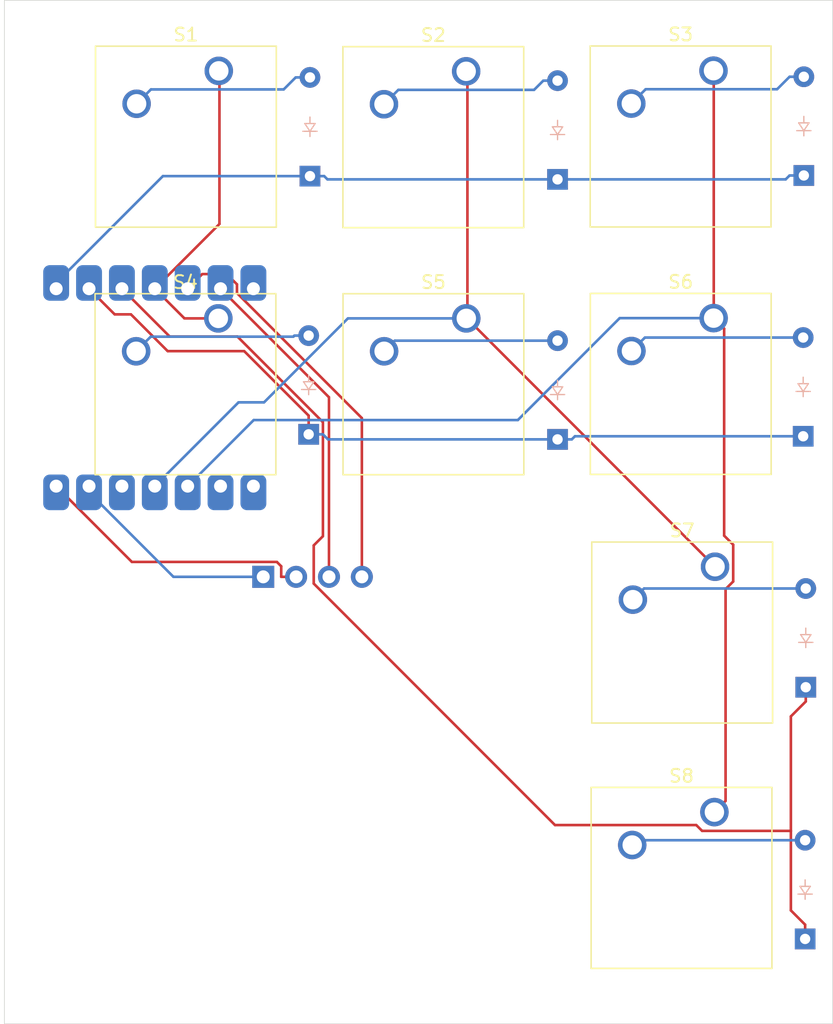
<source format=kicad_pcb>
(kicad_pcb (version 20240108) (generator "pcbnew") (generator_version "8.0")
  (layers (0 "F.Cu" signal) (31 "B.Cu" signal) (34 "B.Paste" user) (35 "F.Paste" user) (36 "B.SilkS" user "B.Silkscreen") (37 "F.SilkS" user "F.Silkscreen") (38 "B.Mask" user) (39 "F.Mask" user) (44 "Edge.Cuts" user))
  (net 0 "")
  (net 1 "ROW 0")
  (net 2 "Net-(D1-A)")
  (net 3 "Net-(D2-A)")
  (net 4 "Net-(D3-A)")
  (net 5 "ROW 1")
  (net 6 "Net-(D4-A)")
  (net 7 "Net-(D5-A)")
  (net 8 "Net-(D6-A)")
  (net 9 "ROW 2")
  (net 10 "Net-(D7-A)")
  (net 11 "Net-(D8-A)")
  (net 12 "COL 0")
  (net 13 "COL 1")
  (net 14 "COL 2")
  (net 15 "unconnected-(U1-PB08_A6_D6_TX-Pad7)")
  (net 16 "unconnected-(U1-PA7_A8_D8_SCK-Pad9)")
  (net 17 "unconnected-(U1-PB09_A7_D7_RX-Pad8)")
  (net 18 "Net-(J1-SCL)")
  (net 19 "Net-(J1-VCC)")
  (net 20 "Net-(J1-SDA)")
  (net 21 "Net-(J1-GND)")
  (net 22 "unconnected-(U1-3V3-Pad12)")
  (footprint "Button_Switch_Keyboard:SW_Cherry_MX_1.00u_PCB" (layer "F.Cu") (at 141.49 67.13)
    (property "Reference" "S6" (at -2.54 -2.794 0) (layer "F.SilkS"))
    (property "Value" "Keyswitch")
    (fp_line (start -9.525 -1.905) (end 4.445 -1.905) (stroke (width 0.12)) (layer "F.SilkS"))
    (fp_line (start -9.525 12.065) (end -9.525 -1.905) (stroke (width 0.12)) (layer "F.SilkS"))
    (fp_line (start 4.445 -1.905) (end 4.445 12.065) (stroke (width 0.12)) (layer "F.SilkS"))
    (fp_line (start 4.445 12.065) (end -9.525 12.065) (stroke (width 0.12)) (layer "F.SilkS"))
    (pad "" np_thru_hole circle (at -7.62 5.08) (size 1.7 1.7) (drill 1.7) (layers "*.Cu" "*.Mask"))
    (pad "" np_thru_hole circle (at -2.54 5.08) (size 4 4) (drill 4) (layers "*.Cu" "*.Mask"))
    (pad "" np_thru_hole circle (at 2.54 5.08) (size 1.7 1.7) (drill 1.7) (layers "*.Cu" "*.Mask"))
    (pad "1" thru_hole circle (at 0 0) (size 2.2 2.2) (drill 1.5) (layers "*.Cu" "*.Mask") (net 14 "COL 2"))
    (pad "2" thru_hole circle (at -6.35 2.54) (size 2.2 2.2) (drill 1.5) (layers "*.Cu" "*.Mask") (net 8 "Net-(D6-A)"))
  )
  (footprint "Button_Switch_Keyboard:SW_Cherry_MX_1.00u_PCB" (layer "F.Cu") (at 141.48 48.03)
    (property "Reference" "S3" (at -2.54 -2.794 0) (layer "F.SilkS"))
    (property "Value" "Keyswitch")
    (fp_line (start -9.525 -1.905) (end 4.445 -1.905) (stroke (width 0.12)) (layer "F.SilkS"))
    (fp_line (start -9.525 12.065) (end -9.525 -1.905) (stroke (width 0.12)) (layer "F.SilkS"))
    (fp_line (start 4.445 -1.905) (end 4.445 12.065) (stroke (width 0.12)) (layer "F.SilkS"))
    (fp_line (start 4.445 12.065) (end -9.525 12.065) (stroke (width 0.12)) (layer "F.SilkS"))
    (pad "" np_thru_hole circle (at -7.62 5.08) (size 1.7 1.7) (drill 1.7) (layers "*.Cu" "*.Mask"))
    (pad "" np_thru_hole circle (at -2.54 5.08) (size 4 4) (drill 4) (layers "*.Cu" "*.Mask"))
    (pad "" np_thru_hole circle (at 2.54 5.08) (size 1.7 1.7) (drill 1.7) (layers "*.Cu" "*.Mask"))
    (pad "1" thru_hole circle (at 0 0) (size 2.2 2.2) (drill 1.5) (layers "*.Cu" "*.Mask") (net 14 "COL 2"))
    (pad "2" thru_hole circle (at -6.35 2.54) (size 2.2 2.2) (drill 1.5) (layers "*.Cu" "*.Mask") (net 4 "Net-(D3-A)"))
  )
  (footprint "Button_Switch_Keyboard:SW_Cherry_MX_1.00u_PCB" (layer "F.Cu") (at 122.38 67.15)
    (property "Reference" "S5" (at -2.54 -2.794 0) (layer "F.SilkS"))
    (property "Value" "Keyswitch")
    (fp_line (start -9.525 -1.905) (end 4.445 -1.905) (stroke (width 0.12)) (layer "F.SilkS"))
    (fp_line (start -9.525 12.065) (end -9.525 -1.905) (stroke (width 0.12)) (layer "F.SilkS"))
    (fp_line (start 4.445 -1.905) (end 4.445 12.065) (stroke (width 0.12)) (layer "F.SilkS"))
    (fp_line (start 4.445 12.065) (end -9.525 12.065) (stroke (width 0.12)) (layer "F.SilkS"))
    (pad "" np_thru_hole circle (at -7.62 5.08) (size 1.7 1.7) (drill 1.7) (layers "*.Cu" "*.Mask"))
    (pad "" np_thru_hole circle (at -2.54 5.08) (size 4 4) (drill 4) (layers "*.Cu" "*.Mask"))
    (pad "" np_thru_hole circle (at 2.54 5.08) (size 1.7 1.7) (drill 1.7) (layers "*.Cu" "*.Mask"))
    (pad "1" thru_hole circle (at 0 0) (size 2.2 2.2) (drill 1.5) (layers "*.Cu" "*.Mask") (net 13 "COL 1"))
    (pad "2" thru_hole circle (at -6.35 2.54) (size 2.2 2.2) (drill 1.5) (layers "*.Cu" "*.Mask") (net 7 "Net-(D5-A)"))
  )
  (footprint "Button_Switch_Keyboard:SW_Cherry_MX_1.00u_PCB" (layer "F.Cu") (at 103.255 48.045)
    (property "Reference" "S1" (at -2.54 -2.794 0) (layer "F.SilkS"))
    (property "Value" "Keyswitch")
    (fp_line (start -9.525 -1.905) (end 4.445 -1.905) (stroke (width 0.12)) (layer "F.SilkS"))
    (fp_line (start -9.525 12.065) (end -9.525 -1.905) (stroke (width 0.12)) (layer "F.SilkS"))
    (fp_line (start 4.445 -1.905) (end 4.445 12.065) (stroke (width 0.12)) (layer "F.SilkS"))
    (fp_line (start 4.445 12.065) (end -9.525 12.065) (stroke (width 0.12)) (layer "F.SilkS"))
    (pad "" np_thru_hole circle (at -7.62 5.08) (size 1.7 1.7) (drill 1.7) (layers "*.Cu" "*.Mask"))
    (pad "" np_thru_hole circle (at -2.54 5.08) (size 4 4) (drill 4) (layers "*.Cu" "*.Mask"))
    (pad "" np_thru_hole circle (at 2.54 5.08) (size 1.7 1.7) (drill 1.7) (layers "*.Cu" "*.Mask"))
    (pad "1" thru_hole circle (at 0 0) (size 2.2 2.2) (drill 1.5) (layers "*.Cu" "*.Mask") (net 12 "COL 0"))
    (pad "2" thru_hole circle (at -6.35 2.54) (size 2.2 2.2) (drill 1.5) (layers "*.Cu" "*.Mask") (net 2 "Net-(D1-A)"))
  )
  (footprint "Button_Switch_Keyboard:SW_Cherry_MX_1.00u_PCB" (layer "F.Cu") (at 141.6 86.32)
    (property "Reference" "S7" (at -2.54 -2.794 0) (layer "F.SilkS"))
    (property "Value" "Keyswitch")
    (fp_line (start -9.525 -1.905) (end 4.445 -1.905) (stroke (width 0.12)) (layer "F.SilkS"))
    (fp_line (start -9.525 12.065) (end -9.525 -1.905) (stroke (width 0.12)) (layer "F.SilkS"))
    (fp_line (start 4.445 -1.905) (end 4.445 12.065) (stroke (width 0.12)) (layer "F.SilkS"))
    (fp_line (start 4.445 12.065) (end -9.525 12.065) (stroke (width 0.12)) (layer "F.SilkS"))
    (pad "" np_thru_hole circle (at -7.62 5.08) (size 1.7 1.7) (drill 1.7) (layers "*.Cu" "*.Mask"))
    (pad "" np_thru_hole circle (at -2.54 5.08) (size 4 4) (drill 4) (layers "*.Cu" "*.Mask"))
    (pad "" np_thru_hole circle (at 2.54 5.08) (size 1.7 1.7) (drill 1.7) (layers "*.Cu" "*.Mask"))
    (pad "1" thru_hole circle (at 0 0) (size 2.2 2.2) (drill 1.5) (layers "*.Cu" "*.Mask") (net 13 "COL 1"))
    (pad "2" thru_hole circle (at -6.35 2.54) (size 2.2 2.2) (drill 1.5) (layers "*.Cu" "*.Mask") (net 10 "Net-(D7-A)"))
  )
  (footprint "Button_Switch_Keyboard:SW_Cherry_MX_1.00u_PCB" (layer "F.Cu") (at 122.37 48.08)
    (property "Reference" "S2" (at -2.54 -2.794 0) (layer "F.SilkS"))
    (property "Value" "Keyswitch")
    (fp_line (start -9.525 -1.905) (end 4.445 -1.905) (stroke (width 0.12)) (layer "F.SilkS"))
    (fp_line (start -9.525 12.065) (end -9.525 -1.905) (stroke (width 0.12)) (layer "F.SilkS"))
    (fp_line (start 4.445 -1.905) (end 4.445 12.065) (stroke (width 0.12)) (layer "F.SilkS"))
    (fp_line (start 4.445 12.065) (end -9.525 12.065) (stroke (width 0.12)) (layer "F.SilkS"))
    (pad "" np_thru_hole circle (at -7.62 5.08) (size 1.7 1.7) (drill 1.7) (layers "*.Cu" "*.Mask"))
    (pad "" np_thru_hole circle (at -2.54 5.08) (size 4 4) (drill 4) (layers "*.Cu" "*.Mask"))
    (pad "" np_thru_hole circle (at 2.54 5.08) (size 1.7 1.7) (drill 1.7) (layers "*.Cu" "*.Mask"))
    (pad "1" thru_hole circle (at 0 0) (size 2.2 2.2) (drill 1.5) (layers "*.Cu" "*.Mask") (net 13 "COL 1"))
    (pad "2" thru_hole circle (at -6.35 2.54) (size 2.2 2.2) (drill 1.5) (layers "*.Cu" "*.Mask") (net 3 "Net-(D2-A)"))
  )
  (footprint "ScottoKeebs_Components:OLED_128x64" (layer "F.Cu") (at 110.5 87.1)
    (property "Reference" "J1" (hide yes))
    (property "Value" "OLED_128x64")
    (pad "1" thru_hole rect (at -3.81 0 90) (size 1.7 1.7) (drill 1) (layers "*.Cu" "*.Mask") (net 21 "Net-(J1-GND)"))
    (pad "2" thru_hole oval (at -1.27 0 90) (size 1.7 1.7) (drill 1) (layers "*.Cu" "*.Mask") (net 19 "Net-(J1-VCC)"))
    (pad "3" thru_hole oval (at 1.27 0 90) (size 1.7 1.7) (drill 1) (layers "*.Cu" "*.Mask") (net 18 "Net-(J1-SCL)"))
    (pad "4" thru_hole oval (at 3.81 0 90) (size 1.7 1.7) (drill 1) (layers "*.Cu" "*.Mask") (net 20 "Net-(J1-SDA)"))
  )
  (footprint "Button_Switch_Keyboard:SW_Cherry_MX_1.00u_PCB" (layer "F.Cu") (at 141.55 105.26)
    (property "Reference" "S8" (at -2.54 -2.794 0) (layer "F.SilkS"))
    (property "Value" "Keyswitch")
    (fp_line (start -9.525 -1.905) (end 4.445 -1.905) (stroke (width 0.12)) (layer "F.SilkS"))
    (fp_line (start -9.525 12.065) (end -9.525 -1.905) (stroke (width 0.12)) (layer "F.SilkS"))
    (fp_line (start 4.445 -1.905) (end 4.445 12.065) (stroke (width 0.12)) (layer "F.SilkS"))
    (fp_line (start 4.445 12.065) (end -9.525 12.065) (stroke (width 0.12)) (layer "F.SilkS"))
    (pad "" np_thru_hole circle (at -7.62 5.08) (size 1.7 1.7) (drill 1.7) (layers "*.Cu" "*.Mask"))
    (pad "" np_thru_hole circle (at -2.54 5.08) (size 4 4) (drill 4) (layers "*.Cu" "*.Mask"))
    (pad "" np_thru_hole circle (at 2.54 5.08) (size 1.7 1.7) (drill 1.7) (layers "*.Cu" "*.Mask"))
    (pad "1" thru_hole circle (at 0 0) (size 2.2 2.2) (drill 1.5) (layers "*.Cu" "*.Mask") (net 14 "COL 2"))
    (pad "2" thru_hole circle (at -6.35 2.54) (size 2.2 2.2) (drill 1.5) (layers "*.Cu" "*.Mask") (net 11 "Net-(D8-A)"))
  )
  (footprint "Button_Switch_Keyboard:SW_Cherry_MX_1.00u_PCB" (layer "F.Cu") (at 103.22 67.15)
    (property "Reference" "S4" (at -2.54 -2.794 0) (layer "F.SilkS"))
    (property "Value" "Keyswitch")
    (fp_line (start -9.525 -1.905) (end 4.445 -1.905) (stroke (width 0.12)) (layer "F.SilkS"))
    (fp_line (start -9.525 12.065) (end -9.525 -1.905) (stroke (width 0.12)) (layer "F.SilkS"))
    (fp_line (start 4.445 -1.905) (end 4.445 12.065) (stroke (width 0.12)) (layer "F.SilkS"))
    (fp_line (start 4.445 12.065) (end -9.525 12.065) (stroke (width 0.12)) (layer "F.SilkS"))
    (pad "" np_thru_hole circle (at -7.62 5.08) (size 1.7 1.7) (drill 1.7) (layers "*.Cu" "*.Mask"))
    (pad "" np_thru_hole circle (at -2.54 5.08) (size 4 4) (drill 4) (layers "*.Cu" "*.Mask"))
    (pad "" np_thru_hole circle (at 2.54 5.08) (size 1.7 1.7) (drill 1.7) (layers "*.Cu" "*.Mask"))
    (pad "1" thru_hole circle (at 0 0) (size 2.2 2.2) (drill 1.5) (layers "*.Cu" "*.Mask") (net 12 "COL 0"))
    (pad "2" thru_hole circle (at -6.35 2.54) (size 2.2 2.2) (drill 1.5) (layers "*.Cu" "*.Mask") (net 6 "Net-(D4-A)"))
  )
  (footprint "ScottoKeebs_Components:Diode_DO-35" (layer "B.Cu") (at 129.43 76.49 90)
    (property "Reference" "D5" (hide yes))
    (property "Value" "Diode" (hide yes))
    (fp_line (start 3.46 -0.55) (end 3.46 0.55) (stroke (width 0.1)) (layer "B.SilkS"))
    (fp_line (start 4.06 -0.4) (end 4.06 0.4) (stroke (width 0.1)) (layer "B.SilkS"))
    (fp_line (start 4.56 0) (end 4.06 0) (stroke (width 0.1)) (layer "B.SilkS"))
    (fp_line (start 3.46 0) (end 4.06 -0.4) (stroke (width 0.1)) (layer "B.SilkS"))
    (fp_line (start 3.46 0) (end 3.06 0) (stroke (width 0.1)) (layer "B.SilkS"))
    (fp_line (start 4.06 0.4) (end 3.46 0) (stroke (width 0.1)) (layer "B.SilkS"))
    (pad "1" thru_hole rect (at 0 0 90) (size 1.6 1.6) (drill 0.8) (layers "*.Cu" "*.Mask") (net 5 "ROW 1"))
    (pad "2" thru_hole oval (at 7.62 0 90) (size 1.6 1.6) (drill 0.8) (layers "*.Cu" "*.Mask") (net 7 "Net-(D5-A)"))
  )
  (footprint "ScottoKeebs_Components:Diode_DO-35" (layer "B.Cu") (at 148.56 115.05 90)
    (property "Reference" "D8" (hide yes))
    (property "Value" "Diode" (hide yes))
    (fp_line (start 3.46 -0.55) (end 3.46 0.55) (stroke (width 0.1)) (layer "B.SilkS"))
    (fp_line (start 4.06 -0.4) (end 4.06 0.4) (stroke (width 0.1)) (layer "B.SilkS"))
    (fp_line (start 4.56 0) (end 4.06 0) (stroke (width 0.1)) (layer "B.SilkS"))
    (fp_line (start 3.46 0) (end 4.06 -0.4) (stroke (width 0.1)) (layer "B.SilkS"))
    (fp_line (start 3.46 0) (end 3.06 0) (stroke (width 0.1)) (layer "B.SilkS"))
    (fp_line (start 4.06 0.4) (end 3.46 0) (stroke (width 0.1)) (layer "B.SilkS"))
    (pad "1" thru_hole rect (at 0 0 90) (size 1.6 1.6) (drill 0.8) (layers "*.Cu" "*.Mask") (net 9 "ROW 2"))
    (pad "2" thru_hole oval (at 7.62 0 90) (size 1.6 1.6) (drill 0.8) (layers "*.Cu" "*.Mask") (net 11 "Net-(D8-A)"))
  )
  (footprint "ScottoKeebs_Components:Diode_DO-35" (layer "B.Cu") (at 110.2 76.1 90)
    (property "Reference" "D4" (hide yes))
    (property "Value" "Diode" (hide yes))
    (fp_line (start 3.46 -0.55) (end 3.46 0.55) (stroke (width 0.1)) (layer "B.SilkS"))
    (fp_line (start 4.06 -0.4) (end 4.06 0.4) (stroke (width 0.1)) (layer "B.SilkS"))
    (fp_line (start 4.56 0) (end 4.06 0) (stroke (width 0.1)) (layer "B.SilkS"))
    (fp_line (start 3.46 0) (end 4.06 -0.4) (stroke (width 0.1)) (layer "B.SilkS"))
    (fp_line (start 3.46 0) (end 3.06 0) (stroke (width 0.1)) (layer "B.SilkS"))
    (fp_line (start 4.06 0.4) (end 3.46 0) (stroke (width 0.1)) (layer "B.SilkS"))
    (pad "1" thru_hole rect (at 0 0 90) (size 1.6 1.6) (drill 0.8) (layers "*.Cu" "*.Mask") (net 5 "ROW 1"))
    (pad "2" thru_hole oval (at 7.62 0 90) (size 1.6 1.6) (drill 0.8) (layers "*.Cu" "*.Mask") (net 6 "Net-(D4-A)"))
  )
  (footprint "ScottoKeebs_Components:Diode_DO-35" (layer "B.Cu") (at 148.41 76.25 90)
    (property "Reference" "D6" (hide yes))
    (property "Value" "Diode" (hide yes))
    (fp_line (start 3.46 -0.55) (end 3.46 0.55) (stroke (width 0.1)) (layer "B.SilkS"))
    (fp_line (start 4.06 -0.4) (end 4.06 0.4) (stroke (width 0.1)) (layer "B.SilkS"))
    (fp_line (start 4.56 0) (end 4.06 0) (stroke (width 0.1)) (layer "B.SilkS"))
    (fp_line (start 3.46 0) (end 4.06 -0.4) (stroke (width 0.1)) (layer "B.SilkS"))
    (fp_line (start 3.46 0) (end 3.06 0) (stroke (width 0.1)) (layer "B.SilkS"))
    (fp_line (start 4.06 0.4) (end 3.46 0) (stroke (width 0.1)) (layer "B.SilkS"))
    (pad "1" thru_hole rect (at 0 0 90) (size 1.6 1.6) (drill 0.8) (layers "*.Cu" "*.Mask") (net 5 "ROW 1"))
    (pad "2" thru_hole oval (at 7.62 0 90) (size 1.6 1.6) (drill 0.8) (layers "*.Cu" "*.Mask") (net 8 "Net-(D6-A)"))
  )
  (footprint "ScottoKeebs_Components:Diode_DO-35" (layer "B.Cu") (at 110.3 56.17 90)
    (property "Reference" "D1" (hide yes))
    (property "Value" "Diode" (hide yes))
    (fp_line (start 3.46 -0.55) (end 3.46 0.55) (stroke (width 0.1)) (layer "B.SilkS"))
    (fp_line (start 4.06 -0.4) (end 4.06 0.4) (stroke (width 0.1)) (layer "B.SilkS"))
    (fp_line (start 4.56 0) (end 4.06 0) (stroke (width 0.1)) (layer "B.SilkS"))
    (fp_line (start 3.46 0) (end 4.06 -0.4) (stroke (width 0.1)) (layer "B.SilkS"))
    (fp_line (start 3.46 0) (end 3.06 0) (stroke (width 0.1)) (layer "B.SilkS"))
    (fp_line (start 4.06 0.4) (end 3.46 0) (stroke (width 0.1)) (layer "B.SilkS"))
    (pad "1" thru_hole rect (at 0 0 90) (size 1.6 1.6) (drill 0.8) (layers "*.Cu" "*.Mask") (net 1 "ROW 0"))
    (pad "2" thru_hole oval (at 7.62 0 90) (size 1.6 1.6) (drill 0.8) (layers "*.Cu" "*.Mask") (net 2 "Net-(D1-A)"))
  )
  (footprint "ScottoKeebs_Components:Diode_DO-35" (layer "B.Cu") (at 148.61 95.62 90)
    (property "Reference" "D7" (hide yes))
    (property "Value" "Diode" (hide yes))
    (fp_line (start 3.46 -0.55) (end 3.46 0.55) (stroke (width 0.1)) (layer "B.SilkS"))
    (fp_line (start 4.06 -0.4) (end 4.06 0.4) (stroke (width 0.1)) (layer "B.SilkS"))
    (fp_line (start 4.56 0) (end 4.06 0) (stroke (width 0.1)) (layer "B.SilkS"))
    (fp_line (start 3.46 0) (end 4.06 -0.4) (stroke (width 0.1)) (layer "B.SilkS"))
    (fp_line (start 3.46 0) (end 3.06 0) (stroke (width 0.1)) (layer "B.SilkS"))
    (fp_line (start 4.06 0.4) (end 3.46 0) (stroke (width 0.1)) (layer "B.SilkS"))
    (pad "1" thru_hole rect (at 0 0 90) (size 1.6 1.6) (drill 0.8) (layers "*.Cu" "*.Mask") (net 9 "ROW 2"))
    (pad "2" thru_hole oval (at 7.62 0 90) (size 1.6 1.6) (drill 0.8) (layers "*.Cu" "*.Mask") (net 10 "Net-(D7-A)"))
  )
  (footprint "ScottoKeebs_MCU:Seeed_XIAO_RP2040" (layer "B.Cu") (at 98.31 72.48 -90)
    (property "Reference" "U1" (hide yes))
    (property "Value" "Seeed Studio XIAO SAMD21")
    (pad "1" smd roundrect (at -8.065 7.62 270) (size 2.75 2) (layers "B.Cu" "B.Paste" "B.Mask") (net 1 "ROW 0"))
    (pad "1" thru_hole rect (at -7.62 7.62 180) (size 1.6 1.6) (drill 1) (layers "*.Cu" "*.Mask") (net 1 "ROW 0"))
    (pad "2" smd roundrect (at -8.065 5.08 270) (size 2.75 2) (layers "B.Cu" "B.Paste" "B.Mask") (net 5 "ROW 1"))
    (pad "2" thru_hole circle (at -7.62 5.08 180) (size 1.6 1.6) (drill 1) (layers "*.Cu" "*.Mask") (net 5 "ROW 1"))
    (pad "3" smd roundrect (at -8.065 2.54 270) (size 2.75 2) (layers "B.Cu" "B.Paste" "B.Mask") (net 9 "ROW 2"))
    (pad "3" thru_hole circle (at -7.62 2.54 180) (size 1.6 1.6) (drill 1) (layers "*.Cu" "*.Mask") (net 9 "ROW 2"))
    (pad "4" smd roundrect (at -8.065 0 270) (size 2.75 2) (layers "B.Cu" "B.Paste" "B.Mask") (net 12 "COL 0"))
    (pad "4" thru_hole circle (at -7.62 0 180) (size 1.6 1.6) (drill 1) (layers "*.Cu" "*.Mask") (net 12 "COL 0"))
    (pad "5" smd roundrect (at -8.065 -2.54 270) (size 2.75 2) (layers "B.Cu" "B.Paste" "B.Mask") (net 20 "Net-(J1-SDA)"))
    (pad "5" thru_hole circle (at -7.62 -2.54 180) (size 1.6 1.6) (drill 1) (layers "*.Cu" "*.Mask") (net 20 "Net-(J1-SDA)"))
    (pad "6" smd roundrect (at -8.065 -5.08 270) (size 2.75 2) (layers "B.Cu" "B.Paste" "B.Mask") (net 18 "Net-(J1-SCL)"))
    (pad "6" thru_hole circle (at -7.62 -5.08 180) (size 1.6 1.6) (drill 1) (layers "*.Cu" "*.Mask") (net 18 "Net-(J1-SCL)"))
    (pad "7" smd roundrect (at -8.065 -7.62 270) (size 2.75 2) (layers "B.Cu" "B.Paste" "B.Mask") (net 15 "unconnected-(U1-PB08_A6_D6_TX-Pad7)"))
    (pad "7" thru_hole circle (at -7.62 -7.62 180) (size 1.6 1.6) (drill 1) (layers "*.Cu" "*.Mask") (net 15 "unconnected-(U1-PB08_A6_D6_TX-Pad7)"))
    (pad "8" thru_hole circle (at 7.62 -7.62 180) (size 1.6 1.6) (drill 1) (layers "*.Cu" "*.Mask") (net 17 "unconnected-(U1-PB09_A7_D7_RX-Pad8)"))
    (pad "8" smd roundrect (at 8.1 -7.62 270) (size 2.75 2) (layers "B.Cu" "B.Paste" "B.Mask") (net 17 "unconnected-(U1-PB09_A7_D7_RX-Pad8)"))
    (pad "9" thru_hole circle (at 7.62 -5.08 180) (size 1.6 1.6) (drill 1) (layers "*.Cu" "*.Mask") (net 16 "unconnected-(U1-PA7_A8_D8_SCK-Pad9)"))
    (pad "9" smd roundrect (at 8.1 -5.08 270) (size 2.75 2) (layers "B.Cu" "B.Paste" "B.Mask") (net 16 "unconnected-(U1-PA7_A8_D8_SCK-Pad9)"))
    (pad "10" thru_hole circle (at 7.62 -2.54 180) (size 1.6 1.6) (drill 1) (layers "*.Cu" "*.Mask") (net 14 "COL 2"))
    (pad "10" smd roundrect (at 8.1 -2.54 270) (size 2.75 2) (layers "B.Cu" "B.Paste" "B.Mask") (net 14 "COL 2"))
    (pad "11" thru_hole circle (at 7.62 0 180) (size 1.6 1.6) (drill 1) (layers "*.Cu" "*.Mask") (net 13 "COL 1"))
    (pad "11" smd roundrect (at 8.1 0 270) (size 2.75 2) (layers "B.Cu" "B.Paste" "B.Mask") (net 13 "COL 1"))
    (pad "12" thru_hole circle (at 7.62 2.54 180) (size 1.6 1.6) (drill 1) (layers "*.Cu" "*.Mask") (net 22 "unconnected-(U1-3V3-Pad12)"))
    (pad "12" smd roundrect (at 8.1 2.54 270) (size 2.75 2) (layers "B.Cu" "B.Paste" "B.Mask") (net 22 "unconnected-(U1-3V3-Pad12)"))
    (pad "13" thru_hole circle (at 7.62 5.08 180) (size 1.6 1.6) (drill 1) (layers "*.Cu" "*.Mask") (net 21 "Net-(J1-GND)"))
    (pad "13" smd roundrect (at 8.1 5.08 270) (size 2.75 2) (layers "B.Cu" "B.Paste" "B.Mask") (net 21 "Net-(J1-GND)"))
    (pad "14" thru_hole circle (at 7.62 7.62 180) (size 1.6 1.6) (drill 1) (layers "*.Cu" "*.Mask") (net 19 "Net-(J1-VCC)"))
    (pad "14" smd roundrect (at 8.1 7.62 270) (size 2.75 2) (layers "B.Cu" "B.Paste" "B.Mask") (net 19 "Net-(J1-VCC)"))
  )
  (footprint "ScottoKeebs_Components:Diode_DO-35" (layer "B.Cu") (at 148.46 56.12 90)
    (property "Reference" "D3" (hide yes))
    (property "Value" "Diode" (hide yes))
    (fp_line (start 3.46 -0.55) (end 3.46 0.55) (stroke (width 0.1)) (layer "B.SilkS"))
    (fp_line (start 4.06 -0.4) (end 4.06 0.4) (stroke (width 0.1)) (layer "B.SilkS"))
    (fp_line (start 4.56 0) (end 4.06 0) (stroke (width 0.1)) (layer "B.SilkS"))
    (fp_line (start 3.46 0) (end 4.06 -0.4) (stroke (width 0.1)) (layer "B.SilkS"))
    (fp_line (start 3.46 0) (end 3.06 0) (stroke (width 0.1)) (layer "B.SilkS"))
    (fp_line (start 4.06 0.4) (end 3.46 0) (stroke (width 0.1)) (layer "B.SilkS"))
    (pad "1" thru_hole rect (at 0 0 90) (size 1.6 1.6) (drill 0.8) (layers "*.Cu" "*.Mask") (net 1 "ROW 0"))
    (pad "2" thru_hole oval (at 7.62 0 90) (size 1.6 1.6) (drill 0.8) (layers "*.Cu" "*.Mask") (net 4 "Net-(D3-A)"))
  )
  (footprint "ScottoKeebs_Components:Diode_DO-35" (layer "B.Cu") (at 129.43 56.42 90)
    (property "Reference" "D2" (hide yes))
    (property "Value" "Diode" (hide yes))
    (fp_line (start 3.46 -0.55) (end 3.46 0.55) (stroke (width 0.1)) (layer "B.SilkS"))
    (fp_line (start 4.06 -0.4) (end 4.06 0.4) (stroke (width 0.1)) (layer "B.SilkS"))
    (fp_line (start 4.56 0) (end 4.06 0) (stroke (width 0.1)) (layer "B.SilkS"))
    (fp_line (start 3.46 0) (end 4.06 -0.4) (stroke (width 0.1)) (layer "B.SilkS"))
    (fp_line (start 3.46 0) (end 3.06 0) (stroke (width 0.1)) (layer "B.SilkS"))
    (fp_line (start 4.06 0.4) (end 3.46 0) (stroke (width 0.1)) (layer "B.SilkS"))
    (pad "1" thru_hole rect (at 0 0 90) (size 1.6 1.6) (drill 0.8) (layers "*.Cu" "*.Mask") (net 1 "ROW 0"))
    (pad "2" thru_hole oval (at 7.62 0 90) (size 1.6 1.6) (drill 0.8) (layers "*.Cu" "*.Mask") (net 3 "Net-(D2-A)"))
  )
  (gr_rect (start 86.69 42.6) (end 150.69 121.6) (stroke (width 0.05)) (fill none) (layer "Edge.Cuts"))
  (segment (start 147.0583 56.42) (end 129.43 56.42) (width 0.2) (layer "B.Cu") (net 1))
  (segment (start 90.69 64.415) (end 90.69 64.86) (width 0.2) (layer "B.Cu") (net 1))
  (segment (start 110.3 56.17) (end 98.935 56.17) (width 0.2) (layer "B.Cu") (net 1))
  (segment (start 129.43 56.42) (end 111.6517 56.42) (width 0.2) (layer "B.Cu") (net 1))
  (segment (start 111.6517 56.42) (end 111.4017 56.17) (width 0.2) (layer "B.Cu") (net 1))
  (segment (start 147.3583 56.12) (end 147.0583 56.42) (width 0.2) (layer "B.Cu") (net 1))
  (segment (start 148.46 56.12) (end 147.3583 56.12) (width 0.2) (layer "B.Cu") (net 1))
  (segment (start 98.935 56.17) (end 90.69 64.415) (width 0.2) (layer "B.Cu") (net 1))
  (segment (start 110.3 56.17) (end 111.4017 56.17) (width 0.2) (layer "B.Cu") (net 1))
  (segment (start 110.3 48.55) (end 109.1983 48.55) (width 0.2) (layer "B.Cu") (net 2))
  (segment (start 109.1983 48.55) (end 108.2716 49.4767) (width 0.2) (layer "B.Cu") (net 2))
  (segment (start 98.0133 49.4767) (end 96.905 50.585) (width 0.2) (layer "B.Cu") (net 2))
  (segment (start 108.2716 49.4767) (end 98.0133 49.4767) (width 0.2) (layer "B.Cu") (net 2))
  (segment (start 117.1283 49.5117) (end 116.02 50.62) (width 0.2) (layer "B.Cu") (net 3))
  (segment (start 128.3283 48.8) (end 127.6166 49.5117) (width 0.2) (layer "B.Cu") (net 3))
  (segment (start 127.6166 49.5117) (end 117.1283 49.5117) (width 0.2) (layer "B.Cu") (net 3))
  (segment (start 129.43 48.8) (end 128.3283 48.8) (width 0.2) (layer "B.Cu") (net 3))
  (segment (start 148.46 48.5) (end 147.3583 48.5) (width 0.2) (layer "B.Cu") (net 4))
  (segment (start 147.3583 48.5) (end 146.3966 49.4617) (width 0.2) (layer "B.Cu") (net 4))
  (segment (start 146.3966 49.4617) (end 136.2383 49.4617) (width 0.2) (layer "B.Cu") (net 4))
  (segment (start 136.2383 49.4617) (end 135.13 50.57) (width 0.2) (layer "B.Cu") (net 4))
  (segment (start 99.3052 69.6783) (end 96.4673 66.8404) (width 0.2) (layer "F.Cu") (net 5))
  (segment (start 105.2194 69.6783) (end 99.3052 69.6783) (width 0.2) (layer "F.Cu") (net 5))
  (segment (start 110.2 74.6589) (end 105.2194 69.6783) (width 0.2) (layer "F.Cu") (net 5))
  (segment (start 95.2104 66.8404) (end 93.23 64.86) (width 0.2) (layer "F.Cu") (net 5))
  (segment (start 96.4673 66.8404) (end 95.2104 66.8404) (width 0.2) (layer "F.Cu") (net 5))
  (segment (start 110.2 76.1) (end 110.2 74.6589) (width 0.2) (layer "F.Cu") (net 5))
  (segment (start 110.2 76.1) (end 111.3017 76.1) (width 0.2) (layer "B.Cu") (net 5))
  (segment (start 111.3017 76.1) (end 111.6917 76.49) (width 0.2) (layer "B.Cu") (net 5))
  (segment (start 111.6917 76.49) (end 129.43 76.49) (width 0.2) (layer "B.Cu") (net 5))
  (segment (start 148.41 76.25) (end 130.7717 76.25) (width 0.2) (layer "B.Cu") (net 5))
  (segment (start 130.7717 76.25) (end 130.5317 76.49) (width 0.2) (layer "B.Cu") (net 5))
  (segment (start 129.43 76.49) (end 130.5317 76.49) (width 0.2) (layer "B.Cu") (net 5))
  (segment (start 93.23 64.415) (end 93.23 64.86) (width 0.2) (layer "B.Cu") (net 5))
  (segment (start 109.0983 68.48) (end 109.0161 68.5622) (width 0.2) (layer "B.Cu") (net 6))
  (segment (start 110.2 68.48) (end 109.0983 68.48) (width 0.2) (layer "B.Cu") (net 6))
  (segment (start 109.0161 68.5622) (end 97.9978 68.5622) (width 0.2) (layer "B.Cu") (net 6))
  (segment (start 97.9978 68.5622) (end 96.87 69.69) (width 0.2) (layer "B.Cu") (net 6))
  (segment (start 116.85 68.87) (end 116.03 69.69) (width 0.2) (layer "B.Cu") (net 7))
  (segment (start 129.43 68.87) (end 116.85 68.87) (width 0.2) (layer "B.Cu") (net 7))
  (segment (start 136.18 68.63) (end 148.41 68.63) (width 0.2) (layer "B.Cu") (net 8))
  (segment (start 135.14 69.67) (end 136.18 68.63) (width 0.2) (layer "B.Cu") (net 8))
  (segment (start 147.4583 112.8466) (end 148.56 113.9483) (width 0.2) (layer "F.Cu") (net 9))
  (segment (start 110.5918 87.6198) (end 110.5918 84.6731) (width 0.2) (layer "F.Cu") (net 9))
  (segment (start 147.4583 97.8734) (end 147.4583 106.7095) (width 0.2) (layer "F.Cu") (net 9))
  (segment (start 111.3017 75.1617) (end 104.6917 68.5517) (width 0.2) (layer "F.Cu") (net 9))
  (segment (start 104.6917 68.5517) (end 99.4617 68.5517) (width 0.2) (layer "F.Cu") (net 9))
  (segment (start 110.5918 84.6731) (end 111.3017 83.9632) (width 0.2) (layer "F.Cu") (net 9))
  (segment (start 148.61 95.62) (end 148.61 96.7217) (width 0.2) (layer "F.Cu") (net 9))
  (segment (start 99.4617 68.5517) (end 95.77 64.86) (width 0.2) (layer "F.Cu") (net 9))
  (segment (start 129.2318 106.2598) (end 110.5918 87.6198) (width 0.2) (layer "F.Cu") (net 9))
  (segment (start 148.61 96.7217) (end 147.4583 97.8734) (width 0.2) (layer "F.Cu") (net 9))
  (segment (start 147.4583 106.7095) (end 140.5995 106.7095) (width 0.2) (layer "F.Cu") (net 9))
  (segment (start 140.1498 106.2598) (end 129.2318 106.2598) (width 0.2) (layer "F.Cu") (net 9))
  (segment (start 111.3017 83.9632) (end 111.3017 75.1617) (width 0.2) (layer "F.Cu") (net 9))
  (segment (start 148.56 115.05) (end 148.56 113.9483) (width 0.2) (layer "F.Cu") (net 9))
  (segment (start 147.4583 106.7095) (end 147.4583 112.8466) (width 0.2) (layer "F.Cu") (net 9))
  (segment (start 140.5995 106.7095) (end 140.1498 106.2598) (width 0.2) (layer "F.Cu") (net 9))
  (segment (start 95.77 64.415) (end 95.77 64.86) (width 0.2) (layer "B.Cu") (net 9))
  (segment (start 136.11 88) (end 135.25 88.86) (width 0.2) (layer "B.Cu") (net 10))
  (segment (start 148.61 88) (end 136.11 88) (width 0.2) (layer "B.Cu") (net 10))
  (segment (start 135.57 107.43) (end 135.2 107.8) (width 0.2) (layer "B.Cu") (net 11))
  (segment (start 148.56 107.43) (end 135.57 107.43) (width 0.2) (layer "B.Cu") (net 11))
  (segment (start 103.3058 48.0958) (end 103.3058 59.8642) (width 0.2) (layer "F.Cu") (net 12))
  (segment (start 103.255 48.045) (end 103.3058 48.0958) (width 0.2) (layer "F.Cu") (net 12))
  (segment (start 103.22 67.15) (end 100.6 67.15) (width 0.2) (layer "F.Cu") (net 12))
  (segment (start 103.3058 59.8642) (end 98.31 64.86) (width 0.2) (layer "F.Cu") (net 12))
  (segment (start 100.6 67.15) (end 98.31 64.86) (width 0.2) (layer "F.Cu") (net 12))
  (segment (start 98.31 64.415) (end 98.31 64.86) (width 0.2) (layer "B.Cu") (net 12))
  (segment (start 122.4662 67.15) (end 122.4662 48.1762) (width 0.2) (layer "F.Cu") (net 13))
  (segment (start 122.4662 67.1862) (end 122.4662 67.15) (width 0.2) (layer "F.Cu") (net 13))
  (segment (start 122.4662 67.15) (end 122.38 67.15) (width 0.2) (layer "F.Cu") (net 13))
  (segment (start 122.4662 48.1762) (end 122.37 48.08) (width 0.2) (layer "F.Cu") (net 13))
  (segment (start 141.6 86.32) (end 122.4662 67.1862) (width 0.2) (layer "F.Cu") (net 13))
  (segment (start 104.7783 73.6317) (end 98.31 80.1) (width 0.2) (layer "B.Cu") (net 13))
  (segment (start 106.7524 73.6317) (end 104.7783 73.6317) (width 0.2) (layer "B.Cu") (net 13))
  (segment (start 122.38 67.15) (end 113.2341 67.15) (width 0.2) (layer "B.Cu") (net 13))
  (segment (start 113.2341 67.15) (end 106.7524 73.6317) (width 0.2) (layer "B.Cu") (net 13))
  (segment (start 98.31 80.58) (end 98.31 80.1) (width 0.2) (layer "B.Cu") (net 13))
  (segment (start 141.49 67.13) (end 142.3032 67.9432) (width 0.2) (layer "F.Cu") (net 14))
  (segment (start 141.5002 67.1198) (end 141.49 67.13) (width 0.2) (layer "F.Cu") (net 14))
  (segment (start 141.48 48.03) (end 141.5002 48.0502) (width 0.2) (layer "F.Cu") (net 14))
  (segment (start 143.0026 87.4574) (end 142.4132 88.0468) (width 0.2) (layer "F.Cu") (net 14))
  (segment (start 142.3032 83.9202) (end 143.0026 84.6196) (width 0.2) (layer "F.Cu") (net 14))
  (segment (start 142.4132 88.0468) (end 142.4132 104.3968) (width 0.2) (layer "F.Cu") (net 14))
  (segment (start 142.3032 67.9432) (end 142.3032 83.9202) (width 0.2) (layer "F.Cu") (net 14))
  (segment (start 142.4132 104.3968) (end 141.55 105.26) (width 0.2) (layer "F.Cu") (net 14))
  (segment (start 143.0026 84.6196) (end 143.0026 87.4574) (width 0.2) (layer "F.Cu") (net 14))
  (segment (start 141.5002 48.0502) (end 141.5002 67.1198) (width 0.2) (layer "F.Cu") (net 14))
  (segment (start 134.2293 67.13) (end 141.49 67.13) (width 0.2) (layer "B.Cu") (net 14))
  (segment (start 100.85 80.1) (end 100.85 80.58) (width 0.2) (layer "B.Cu") (net 14))
  (segment (start 100.85 80.1) (end 105.9517 74.9983) (width 0.2) (layer "B.Cu") (net 14))
  (segment (start 126.361 74.9983) (end 134.2293 67.13) (width 0.2) (layer "B.Cu") (net 14))
  (segment (start 105.9517 74.9983) (end 126.361 74.9983) (width 0.2) (layer "B.Cu") (net 14))
  (segment (start 105.93 64.415) (end 105.93 64.86) (width 0.2) (layer "B.Cu") (net 15))
  (segment (start 103.39 80.1) (end 103.39 80.58) (width 0.2) (layer "B.Cu") (net 16))
  (segment (start 105.93 80.1) (end 105.93 80.58) (width 0.2) (layer "B.Cu") (net 17))
  (segment (start 111.77 73.24) (end 111.77 87.1) (width 0.2) (layer "F.Cu") (net 18))
  (segment (start 103.39 64.86) (end 111.77 73.24) (width 0.2) (layer "F.Cu") (net 18))
  (segment (start 103.39 64.415) (end 103.39 64.86) (width 0.2) (layer "B.Cu") (net 18))
  (segment (start 107.7411 85.9483) (end 108.0783 86.2855) (width 0.2) (layer "F.Cu") (net 19))
  (segment (start 108.0783 86.2855) (end 108.0783 87.1) (width 0.2) (layer "F.Cu") (net 19))
  (segment (start 109.23 87.1) (end 108.0783 87.1) (width 0.2) (layer "F.Cu") (net 19))
  (segment (start 96.5383 85.9483) (end 107.7411 85.9483) (width 0.2) (layer "F.Cu") (net 19))
  (segment (start 90.69 80.1) (end 96.5383 85.9483) (width 0.2) (layer "F.Cu") (net 19))
  (segment (start 90.69 80.1) (end 90.69 80.58) (width 0.2) (layer "B.Cu") (net 19))
  (segment (start 114.31 74.846) (end 114.31 87.1) (width 0.2) (layer "F.Cu") (net 20))
  (segment (start 104.6599 65.1959) (end 114.31 74.846) (width 0.2) (layer "F.Cu") (net 20))
  (segment (start 104.6599 64.5227) (end 104.6599 65.1959) (width 0.2) (layer "F.Cu") (net 20))
  (segment (start 101.9811 63.7289) (end 103.8661 63.7289) (width 0.2) (layer "F.Cu") (net 20))
  (segment (start 103.8661 63.7289) (end 104.6599 64.5227) (width 0.2) (layer "F.Cu") (net 20))
  (segment (start 100.85 64.86) (end 101.9811 63.7289) (width 0.2) (layer "F.Cu") (net 20))
  (segment (start 100.85 64.415) (end 100.85 64.86) (width 0.2) (layer "B.Cu") (net 20))
  (segment (start 93.23 80.1) (end 93.23 80.58) (width 0.2) (layer "B.Cu") (net 21))
  (segment (start 106.69 87.1) (end 99.75 87.1) (width 0.2) (layer "B.Cu") (net 21))
  (segment (start 99.75 87.1) (end 93.23 80.58) (width 0.2) (layer "B.Cu") (net 21))
  (segment (start 95.77 80.1) (end 95.77 80.58) (width 0.2) (layer "B.Cu") (net 22))
)
</source>
